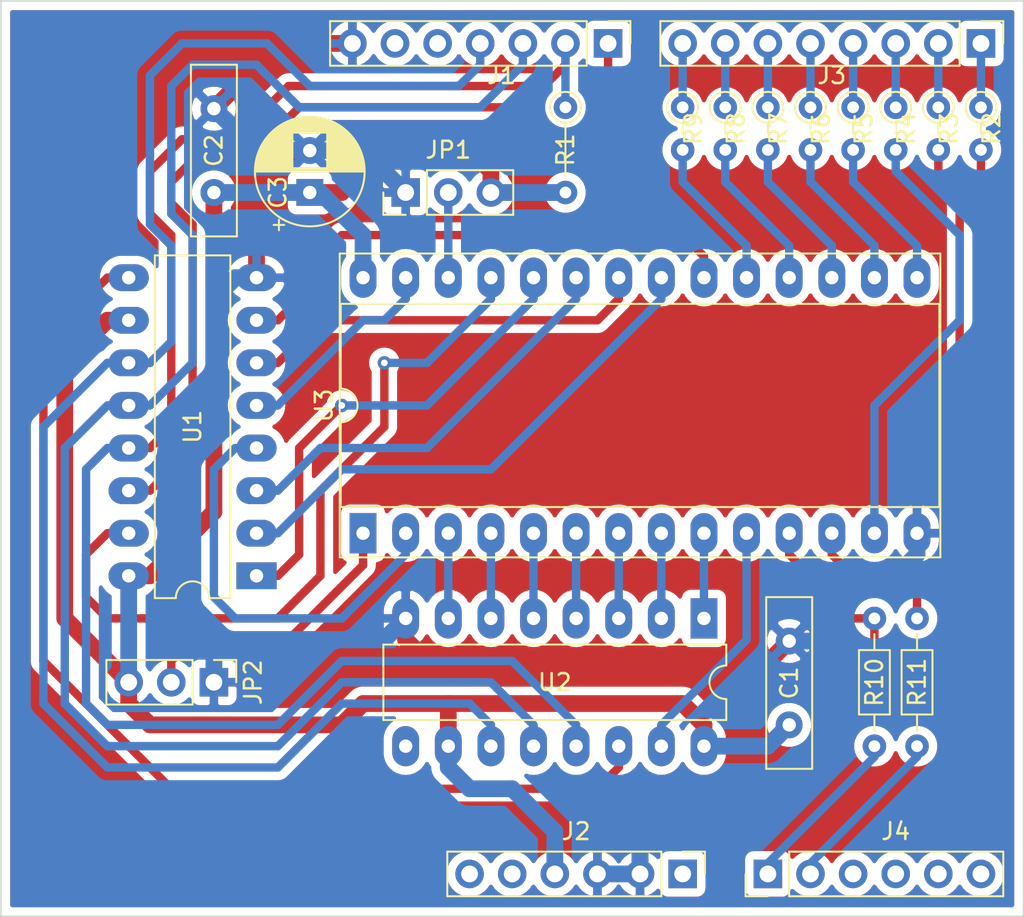
<source format=kicad_pcb>
(kicad_pcb (version 20171130) (host pcbnew "(5.1.12)-1")
  (layers (0 F.Cu signal) (31 B.Cu signal) (34 B.Paste user) (35 F.Paste user) (36 B.SilkS user) (37 F.SilkS user) (38 B.Mask user) (39 F.Mask user) (44 Edge.Cuts user))
  (net 0 "")
  (net 1 VCC)
  (net 2 GND)
  (net 3 /D0)
  (net 4 /D1)
  (net 5 /D2)
  (net 6 /D3)
  (net 7 /D4)
  (net 8 /D5)
  (net 9 /D6)
  (net 10 /D7)
  (net 11 /A13)
  (net 12 /A14)
  (net 13 "Net-(R4-Pad2)")
  (net 14 "Net-(R5-Pad2)")
  (net 15 "Net-(R6-Pad2)")
  (net 16 "Net-(R7-Pad2)")
  (net 17 "Net-(R8-Pad2)")
  (net 18 "Net-(R9-Pad2)")
  (net 19 /A8)
  (net 20 /CS)
  (net 21 /OE)
  (net 22 /WE)
  (net 23 /A12)
  (net 24 /A11)
  (net 25 /A10)
  (net 26 "Net-(U1-Pad9)")
  (net 27 /A9)
  (net 28 /A0)
  (net 29 /A7)
  (net 30 /A6)
  (net 31 /A5)
  (net 32 /A4)
  (net 33 /A3)
  (net 34 /A2)
  (net 35 /A1)
  (net 36 /SER)
  (net 37 /_OE)
  (net 38 /RCLK)
  (net 39 /SERCLK)
  (net 40 "Net-(R10-Pad2)")
  (net 41 "Net-(R11-Pad2)")
  (net 42 /AD1)
  (net 43 /AD0)
  (module Package_DIP:DIP-28_W15.24mm_Socket_LongPads (layer F.Cu) (at 107.95 100.33 90)
    (fp_text reference U3 (at 7.62 -2.33 90) (layer F.SilkS))
    (fp_text value 28C256)
    (pad 28 thru_hole oval (at 15.24 0 90) (size 2.4 1.6) (drill 0.8) (layers *.Cu *.Mask) (net 1 VCC))
    (pad 14 thru_hole oval (at 0 33.02 90) (size 2.4 1.6) (drill 0.8) (layers *.Cu *.Mask) (net 2 GND))
    (pad 27 thru_hole oval (at 15.24 2.54 90) (size 2.4 1.6) (drill 0.8) (layers *.Cu *.Mask) (net 22 /WE))
    (pad 13 thru_hole oval (at 0 30.48 90) (size 2.4 1.6) (drill 0.8) (layers *.Cu *.Mask) (net 13 "Net-(R4-Pad2)"))
    (pad 26 thru_hole oval (at 15.24 5.08 90) (size 2.4 1.6) (drill 0.8) (layers *.Cu *.Mask) (net 11 /A13))
    (pad 12 thru_hole oval (at 0 27.94 90) (size 2.4 1.6) (drill 0.8) (layers *.Cu *.Mask) (net 41 "Net-(R11-Pad2)"))
    (pad 25 thru_hole oval (at 15.24 7.62 90) (size 2.4 1.6) (drill 0.8) (layers *.Cu *.Mask) (net 19 /A8))
    (pad 11 thru_hole oval (at 0 25.4 90) (size 2.4 1.6) (drill 0.8) (layers *.Cu *.Mask) (net 40 "Net-(R10-Pad2)"))
    (pad 24 thru_hole oval (at 15.24 10.16 90) (size 2.4 1.6) (drill 0.8) (layers *.Cu *.Mask) (net 27 /A9))
    (pad 10 thru_hole oval (at 0 22.86 90) (size 2.4 1.6) (drill 0.8) (layers *.Cu *.Mask) (net 28 /A0))
    (pad 23 thru_hole oval (at 15.24 12.7 90) (size 2.4 1.6) (drill 0.8) (layers *.Cu *.Mask) (net 24 /A11))
    (pad 9 thru_hole oval (at 0 20.32 90) (size 2.4 1.6) (drill 0.8) (layers *.Cu *.Mask) (net 35 /A1))
    (pad 22 thru_hole oval (at 15.24 15.24 90) (size 2.4 1.6) (drill 0.8) (layers *.Cu *.Mask) (net 21 /OE))
    (pad 8 thru_hole oval (at 0 17.78 90) (size 2.4 1.6) (drill 0.8) (layers *.Cu *.Mask) (net 34 /A2))
    (pad 21 thru_hole oval (at 15.24 17.78 90) (size 2.4 1.6) (drill 0.8) (layers *.Cu *.Mask) (net 25 /A10))
    (pad 7 thru_hole oval (at 0 15.24 90) (size 2.4 1.6) (drill 0.8) (layers *.Cu *.Mask) (net 33 /A3))
    (pad 20 thru_hole oval (at 15.24 20.32 90) (size 2.4 1.6) (drill 0.8) (layers *.Cu *.Mask) (net 20 /CS))
    (pad 6 thru_hole oval (at 0 12.7 90) (size 2.4 1.6) (drill 0.8) (layers *.Cu *.Mask) (net 32 /A4))
    (pad 19 thru_hole oval (at 15.24 22.86 90) (size 2.4 1.6) (drill 0.8) (layers *.Cu *.Mask) (net 18 "Net-(R9-Pad2)"))
    (pad 5 thru_hole oval (at 0 10.16 90) (size 2.4 1.6) (drill 0.8) (layers *.Cu *.Mask) (net 31 /A5))
    (pad 18 thru_hole oval (at 15.24 25.4 90) (size 2.4 1.6) (drill 0.8) (layers *.Cu *.Mask) (net 17 "Net-(R8-Pad2)"))
    (pad 4 thru_hole oval (at 0 7.62 90) (size 2.4 1.6) (drill 0.8) (layers *.Cu *.Mask) (net 30 /A6))
    (pad 17 thru_hole oval (at 15.24 27.94 90) (size 2.4 1.6) (drill 0.8) (layers *.Cu *.Mask) (net 16 "Net-(R7-Pad2)"))
    (pad 3 thru_hole oval (at 0 5.08 90) (size 2.4 1.6) (drill 0.8) (layers *.Cu *.Mask) (net 29 /A7))
    (pad 16 thru_hole oval (at 15.24 30.48 90) (size 2.4 1.6) (drill 0.8) (layers *.Cu *.Mask) (net 15 "Net-(R6-Pad2)"))
    (pad 2 thru_hole oval (at 0 2.54 90) (size 2.4 1.6) (drill 0.8) (layers *.Cu *.Mask) (net 23 /A12))
    (pad 15 thru_hole oval (at 15.24 33.02 90) (size 2.4 1.6) (drill 0.8) (layers *.Cu *.Mask) (net 14 "Net-(R5-Pad2)"))
    (pad 1 thru_hole rect (at 0 0 90) (size 2.4 1.6) (drill 0.8) (layers *.Cu *.Mask) (net 12 /A14))
  )
  (module Capacitor_THT:CP_Radial_D6.3mm_P2.50mm (layer F.Cu) (at 104.775 80.01 90)
    (fp_text reference C3 (at 0 -1.905 90) (layer F.SilkS))
    (fp_text value 47u)
    (pad 2 thru_hole circle (at 2.5 0 90) (size 1.6 1.6) (drill 0.8) (layers *.Cu *.Mask) (net 2 GND))
    (pad 1 thru_hole rect (at 0 0 90) (size 1.6 1.6) (drill 0.8) (layers *.Cu *.Mask) (net 1 VCC))
  )
  (module Resistor_THT:R_Axial_DIN0204_L3.6mm_D1.6mm_P5.08mm_Vertical (layer F.Cu) (at 120.015 74.93 270)
    (fp_text reference R1 (at 2.54 0 90) (layer F.SilkS))
    (fp_text value 10k)
    (pad 2 thru_hole oval (at 5.08 0 270) (size 1.4 1.4) (drill 0.7) (layers *.Cu *.Mask) (net 1 VCC))
    (pad 1 thru_hole circle (at 0 0 270) (size 1.4 1.4) (drill 0.7) (layers *.Cu *.Mask) (net 37 /_OE))
  )
  (module Resistor_THT:R_Axial_DIN0204_L3.6mm_D1.6mm_P7.62mm_Horizontal (layer F.Cu) (at 140.97 113.03 90)
    (fp_text reference R11 (at 3.81 0 90) (layer F.SilkS))
    (fp_text value 510)
    (pad 2 thru_hole oval (at 7.62 0 90) (size 1.4 1.4) (drill 0.7) (layers *.Cu *.Mask) (net 41 "Net-(R11-Pad2)"))
    (pad 1 thru_hole circle (at 0 0 90) (size 1.4 1.4) (drill 0.7) (layers *.Cu *.Mask) (net 42 /AD1))
  )
  (module Resistor_THT:R_Axial_DIN0204_L3.6mm_D1.6mm_P7.62mm_Horizontal (layer F.Cu) (at 138.43 113.03 90)
    (fp_text reference R10 (at 3.81 0 90) (layer F.SilkS))
    (fp_text value 510)
    (pad 2 thru_hole oval (at 7.62 0 90) (size 1.4 1.4) (drill 0.7) (layers *.Cu *.Mask) (net 40 "Net-(R10-Pad2)"))
    (pad 1 thru_hole circle (at 0 0 90) (size 1.4 1.4) (drill 0.7) (layers *.Cu *.Mask) (net 43 /AD0))
  )
  (module Connector_PinHeader_2.54mm:PinHeader_1x08_P2.54mm_Vertical (layer F.Cu) (at 144.78 71.12 270)
    (fp_text reference J3 (at 1.905 8.89 180) (layer F.SilkS))
    (fp_text value D0-D7)
    (pad 8 thru_hole oval (at 0 17.78 270) (size 1.7 1.7) (drill 1) (layers *.Cu *.Mask) (net 10 /D7))
    (pad 7 thru_hole oval (at 0 15.24 270) (size 1.7 1.7) (drill 1) (layers *.Cu *.Mask) (net 9 /D6))
    (pad 6 thru_hole oval (at 0 12.7 270) (size 1.7 1.7) (drill 1) (layers *.Cu *.Mask) (net 8 /D5))
    (pad 5 thru_hole oval (at 0 10.16 270) (size 1.7 1.7) (drill 1) (layers *.Cu *.Mask) (net 7 /D4))
    (pad 4 thru_hole oval (at 0 7.62 270) (size 1.7 1.7) (drill 1) (layers *.Cu *.Mask) (net 6 /D3))
    (pad 3 thru_hole oval (at 0 5.08 270) (size 1.7 1.7) (drill 1) (layers *.Cu *.Mask) (net 5 /D2))
    (pad 2 thru_hole oval (at 0 2.54 270) (size 1.7 1.7) (drill 1) (layers *.Cu *.Mask) (net 4 /D1))
    (pad 1 thru_hole rect (at 0 0 270) (size 1.7 1.7) (drill 1) (layers *.Cu *.Mask) (net 3 /D0))
  )
  (module Connector_PinHeader_2.54mm:PinHeader_1x06_P2.54mm_Vertical (layer F.Cu) (at 132.08 120.65 90)
    (fp_text reference J4 (at 2.54 7.62 180) (layer F.SilkS))
    (fp_text value A0-A5)
    (pad 6 thru_hole oval (at 0 12.7 90) (size 1.7 1.7) (drill 1) (layers *.Cu *.Mask))
    (pad 5 thru_hole oval (at 0 10.16 90) (size 1.7 1.7) (drill 1) (layers *.Cu *.Mask))
    (pad 4 thru_hole oval (at 0 7.62 90) (size 1.7 1.7) (drill 1) (layers *.Cu *.Mask))
    (pad 3 thru_hole oval (at 0 5.08 90) (size 1.7 1.7) (drill 1) (layers *.Cu *.Mask))
    (pad 2 thru_hole oval (at 0 2.54 90) (size 1.7 1.7) (drill 1) (layers *.Cu *.Mask) (net 42 /AD1))
    (pad 1 thru_hole rect (at 0 0 90) (size 1.7 1.7) (drill 1) (layers *.Cu *.Mask) (net 43 /AD0))
  )
  (module Connector_PinHeader_2.54mm:PinHeader_1x06_P2.54mm_Vertical (layer F.Cu) (at 127 120.65 270)
    (fp_text reference J2 (at -2.54 6.35 180) (layer F.SilkS))
    (fp_text value Conn_01x06)
    (pad 6 thru_hole oval (at 0 12.7 270) (size 1.7 1.7) (drill 1) (layers *.Cu *.Mask))
    (pad 5 thru_hole oval (at 0 10.16 270) (size 1.7 1.7) (drill 1) (layers *.Cu *.Mask))
    (pad 4 thru_hole oval (at 0 7.62 270) (size 1.7 1.7) (drill 1) (layers *.Cu *.Mask) (net 1 VCC))
    (pad 3 thru_hole oval (at 0 5.08 270) (size 1.7 1.7) (drill 1) (layers *.Cu *.Mask) (net 2 GND))
    (pad 2 thru_hole oval (at 0 2.54 270) (size 1.7 1.7) (drill 1) (layers *.Cu *.Mask) (net 2 GND))
    (pad 1 thru_hole rect (at 0 0 270) (size 1.7 1.7) (drill 1) (layers *.Cu *.Mask))
  )
  (module Resistor_THT:R_Axial_DIN0204_L3.6mm_D1.6mm_P2.54mm_Vertical (layer F.Cu) (at 139.7 74.93 270)
    (fp_text reference R4 (at 1.27 -0.635 90) (layer F.SilkS))
    (fp_text value 510)
    (pad 2 thru_hole oval (at 2.54 0 270) (size 1.4 1.4) (drill 0.7) (layers *.Cu *.Mask) (net 13 "Net-(R4-Pad2)"))
    (pad 1 thru_hole circle (at 0 0 270) (size 1.4 1.4) (drill 0.7) (layers *.Cu *.Mask) (net 5 /D2))
  )
  (module Resistor_THT:R_Axial_DIN0204_L3.6mm_D1.6mm_P2.54mm_Vertical (layer F.Cu) (at 142.24 74.93 270)
    (fp_text reference R3 (at 1.27 -0.635 90) (layer F.SilkS))
    (fp_text value 510)
    (pad 2 thru_hole oval (at 2.54 0 270) (size 1.4 1.4) (drill 0.7) (layers *.Cu *.Mask) (net 41 "Net-(R11-Pad2)"))
    (pad 1 thru_hole circle (at 0 0 270) (size 1.4 1.4) (drill 0.7) (layers *.Cu *.Mask) (net 4 /D1))
  )
  (module Resistor_THT:R_Axial_DIN0204_L3.6mm_D1.6mm_P2.54mm_Vertical (layer F.Cu) (at 144.78 74.93 270)
    (fp_text reference R2 (at 1.27 -0.635 90) (layer F.SilkS))
    (fp_text value 510)
    (pad 2 thru_hole oval (at 2.54 0 270) (size 1.4 1.4) (drill 0.7) (layers *.Cu *.Mask) (net 40 "Net-(R10-Pad2)"))
    (pad 1 thru_hole circle (at 0 0 270) (size 1.4 1.4) (drill 0.7) (layers *.Cu *.Mask) (net 3 /D0))
  )
  (module Connector_PinHeader_2.54mm:PinHeader_1x07_P2.54mm_Vertical (layer F.Cu) (at 122.555 71.12 270)
    (fp_text reference J1 (at 1.905 6.35 180) (layer F.SilkS))
    (fp_text value D8-D13)
    (pad 7 thru_hole oval (at 0 15.24 270) (size 1.7 1.7) (drill 1) (layers *.Cu *.Mask) (net 2 GND))
    (pad 6 thru_hole oval (at 0 12.7 270) (size 1.7 1.7) (drill 1) (layers *.Cu *.Mask))
    (pad 5 thru_hole oval (at 0 10.16 270) (size 1.7 1.7) (drill 1) (layers *.Cu *.Mask))
    (pad 4 thru_hole oval (at 0 7.62 270) (size 1.7 1.7) (drill 1) (layers *.Cu *.Mask) (net 39 /SERCLK))
    (pad 3 thru_hole oval (at 0 5.08 270) (size 1.7 1.7) (drill 1) (layers *.Cu *.Mask) (net 38 /RCLK))
    (pad 2 thru_hole oval (at 0 2.54 270) (size 1.7 1.7) (drill 1) (layers *.Cu *.Mask) (net 37 /_OE))
    (pad 1 thru_hole rect (at 0 0 270) (size 1.7 1.7) (drill 1) (layers *.Cu *.Mask) (net 36 /SER))
  )
  (module Resistor_THT:R_Axial_DIN0204_L3.6mm_D1.6mm_P2.54mm_Vertical (layer F.Cu) (at 134.62 74.93 270)
    (fp_text reference R6 (at 1.27 -0.635 90) (layer F.SilkS))
    (fp_text value 510)
    (pad 2 thru_hole oval (at 2.54 0 270) (size 1.4 1.4) (drill 0.7) (layers *.Cu *.Mask) (net 15 "Net-(R6-Pad2)"))
    (pad 1 thru_hole circle (at 0 0 270) (size 1.4 1.4) (drill 0.7) (layers *.Cu *.Mask) (net 7 /D4))
  )
  (module Resistor_THT:R_Axial_DIN0204_L3.6mm_D1.6mm_P2.54mm_Vertical (layer F.Cu) (at 129.54 74.93 270)
    (fp_text reference R8 (at 1.27 -0.635 90) (layer F.SilkS))
    (fp_text value 510)
    (pad 2 thru_hole oval (at 2.54 0 270) (size 1.4 1.4) (drill 0.7) (layers *.Cu *.Mask) (net 17 "Net-(R8-Pad2)"))
    (pad 1 thru_hole circle (at 0 0 270) (size 1.4 1.4) (drill 0.7) (layers *.Cu *.Mask) (net 9 /D6))
  )
  (module Resistor_THT:R_Axial_DIN0204_L3.6mm_D1.6mm_P2.54mm_Vertical (layer F.Cu) (at 127 74.93 270)
    (fp_text reference R9 (at 1.27 -0.635 90) (layer F.SilkS))
    (fp_text value 510)
    (pad 2 thru_hole oval (at 2.54 0 270) (size 1.4 1.4) (drill 0.7) (layers *.Cu *.Mask) (net 18 "Net-(R9-Pad2)"))
    (pad 1 thru_hole circle (at 0 0 270) (size 1.4 1.4) (drill 0.7) (layers *.Cu *.Mask) (net 10 /D7))
  )
  (module Resistor_THT:R_Axial_DIN0204_L3.6mm_D1.6mm_P2.54mm_Vertical (layer F.Cu) (at 132.08 74.93 270)
    (fp_text reference R7 (at 1.27 -0.635 90) (layer F.SilkS))
    (fp_text value 510)
    (pad 2 thru_hole oval (at 2.54 0 270) (size 1.4 1.4) (drill 0.7) (layers *.Cu *.Mask) (net 16 "Net-(R7-Pad2)"))
    (pad 1 thru_hole circle (at 0 0 270) (size 1.4 1.4) (drill 0.7) (layers *.Cu *.Mask) (net 8 /D5))
  )
  (module Resistor_THT:R_Axial_DIN0204_L3.6mm_D1.6mm_P2.54mm_Vertical (layer F.Cu) (at 137.16 74.93 270)
    (fp_text reference R5 (at 1.27 -0.635 90) (layer F.SilkS))
    (fp_text value 510)
    (pad 2 thru_hole oval (at 2.54 0 270) (size 1.4 1.4) (drill 0.7) (layers *.Cu *.Mask) (net 14 "Net-(R5-Pad2)"))
    (pad 1 thru_hole circle (at 0 0 270) (size 1.4 1.4) (drill 0.7) (layers *.Cu *.Mask) (net 6 /D3))
  )
  (module Capacitor_THT:C_Disc_D10.0mm_W2.5mm_P5.00mm (layer F.Cu) (at 99.06 80.01 90)
    (fp_text reference C2 (at 2.5 0 90) (layer F.SilkS))
    (fp_text value 100n)
    (pad 2 thru_hole circle (at 5 0 90) (size 1.6 1.6) (drill 0.8) (layers *.Cu *.Mask) (net 2 GND))
    (pad 1 thru_hole circle (at 0 0 90) (size 1.6 1.6) (drill 0.8) (layers *.Cu *.Mask) (net 1 VCC))
  )
  (module Capacitor_THT:C_Disc_D10.0mm_W2.5mm_P5.00mm (layer F.Cu) (at 133.35 111.76 90)
    (fp_text reference C1 (at 2.5 0 90) (layer F.SilkS))
    (fp_text value 100n)
    (pad 2 thru_hole circle (at 5 0 90) (size 1.6 1.6) (drill 0.8) (layers *.Cu *.Mask) (net 2 GND))
    (pad 1 thru_hole circle (at 0 0 90) (size 1.6 1.6) (drill 0.8) (layers *.Cu *.Mask) (net 1 VCC))
  )
  (module Package_DIP:DIP-16_W7.62mm_LongPads (layer F.Cu) (at 128.27 105.41 270)
    (fp_text reference U2 (at 3.81 8.89 180) (layer F.SilkS))
    (fp_text value 74LS595)
    (pad 16 thru_hole oval (at 7.62 0 270) (size 2.4 1.6) (drill 0.8) (layers *.Cu *.Mask) (net 1 VCC))
    (pad 8 thru_hole oval (at 0 17.78 270) (size 2.4 1.6) (drill 0.8) (layers *.Cu *.Mask) (net 2 GND))
    (pad 15 thru_hole oval (at 7.62 2.54 270) (size 2.4 1.6) (drill 0.8) (layers *.Cu *.Mask) (net 28 /A0))
    (pad 7 thru_hole oval (at 0 15.24 270) (size 2.4 1.6) (drill 0.8) (layers *.Cu *.Mask) (net 29 /A7))
    (pad 14 thru_hole oval (at 7.62 5.08 270) (size 2.4 1.6) (drill 0.8) (layers *.Cu *.Mask) (net 26 "Net-(U1-Pad9)"))
    (pad 6 thru_hole oval (at 0 12.7 270) (size 2.4 1.6) (drill 0.8) (layers *.Cu *.Mask) (net 30 /A6))
    (pad 13 thru_hole oval (at 7.62 7.62 270) (size 2.4 1.6) (drill 0.8) (layers *.Cu *.Mask) (net 37 /_OE))
    (pad 5 thru_hole oval (at 0 10.16 270) (size 2.4 1.6) (drill 0.8) (layers *.Cu *.Mask) (net 31 /A5))
    (pad 12 thru_hole oval (at 7.62 10.16 270) (size 2.4 1.6) (drill 0.8) (layers *.Cu *.Mask) (net 38 /RCLK))
    (pad 4 thru_hole oval (at 0 7.62 270) (size 2.4 1.6) (drill 0.8) (layers *.Cu *.Mask) (net 32 /A4))
    (pad 11 thru_hole oval (at 7.62 12.7 270) (size 2.4 1.6) (drill 0.8) (layers *.Cu *.Mask) (net 39 /SERCLK))
    (pad 3 thru_hole oval (at 0 5.08 270) (size 2.4 1.6) (drill 0.8) (layers *.Cu *.Mask) (net 33 /A3))
    (pad 10 thru_hole oval (at 7.62 15.24 270) (size 2.4 1.6) (drill 0.8) (layers *.Cu *.Mask) (net 1 VCC))
    (pad 2 thru_hole oval (at 0 2.54 270) (size 2.4 1.6) (drill 0.8) (layers *.Cu *.Mask) (net 34 /A2))
    (pad 9 thru_hole oval (at 7.62 17.78 270) (size 2.4 1.6) (drill 0.8) (layers *.Cu *.Mask))
    (pad 1 thru_hole rect (at 0 0 270) (size 2.4 1.6) (drill 0.8) (layers *.Cu *.Mask) (net 35 /A1))
  )
  (module Package_DIP:DIP-16_W7.62mm_LongPads (layer F.Cu) (at 101.6 102.87 180)
    (fp_text reference U1 (at 3.81 8.89 90) (layer F.SilkS))
    (fp_text value 74LS595)
    (pad 16 thru_hole oval (at 7.62 0 180) (size 2.4 1.6) (drill 0.8) (layers *.Cu *.Mask) (net 1 VCC))
    (pad 8 thru_hole oval (at 0 17.78 180) (size 2.4 1.6) (drill 0.8) (layers *.Cu *.Mask) (net 2 GND))
    (pad 15 thru_hole oval (at 7.62 2.54 180) (size 2.4 1.6) (drill 0.8) (layers *.Cu *.Mask) (net 19 /A8))
    (pad 7 thru_hole oval (at 0 15.24 180) (size 2.4 1.6) (drill 0.8) (layers *.Cu *.Mask) (net 20 /CS))
    (pad 14 thru_hole oval (at 7.62 5.08 180) (size 2.4 1.6) (drill 0.8) (layers *.Cu *.Mask) (net 36 /SER))
    (pad 6 thru_hole oval (at 0 12.7 180) (size 2.4 1.6) (drill 0.8) (layers *.Cu *.Mask) (net 21 /OE))
    (pad 13 thru_hole oval (at 7.62 7.62 180) (size 2.4 1.6) (drill 0.8) (layers *.Cu *.Mask) (net 37 /_OE))
    (pad 5 thru_hole oval (at 0 10.16 180) (size 2.4 1.6) (drill 0.8) (layers *.Cu *.Mask) (net 22 /WE))
    (pad 12 thru_hole oval (at 7.62 10.16 180) (size 2.4 1.6) (drill 0.8) (layers *.Cu *.Mask) (net 38 /RCLK))
    (pad 4 thru_hole oval (at 0 7.62 180) (size 2.4 1.6) (drill 0.8) (layers *.Cu *.Mask) (net 23 /A12))
    (pad 11 thru_hole oval (at 7.62 12.7 180) (size 2.4 1.6) (drill 0.8) (layers *.Cu *.Mask) (net 39 /SERCLK))
    (pad 3 thru_hole oval (at 0 5.08 180) (size 2.4 1.6) (drill 0.8) (layers *.Cu *.Mask) (net 24 /A11))
    (pad 10 thru_hole oval (at 7.62 15.24 180) (size 2.4 1.6) (drill 0.8) (layers *.Cu *.Mask) (net 1 VCC))
    (pad 2 thru_hole oval (at 0 2.54 180) (size 2.4 1.6) (drill 0.8) (layers *.Cu *.Mask) (net 25 /A10))
    (pad 9 thru_hole oval (at 7.62 17.78 180) (size 2.4 1.6) (drill 0.8) (layers *.Cu *.Mask) (net 26 "Net-(U1-Pad9)"))
    (pad 1 thru_hole rect (at 0 0 180) (size 2.4 1.6) (drill 0.8) (layers *.Cu *.Mask) (net 27 /A9))
  )
  (module Connector_PinHeader_2.54mm:PinHeader_1x03_P2.54mm_Vertical (layer F.Cu) (at 99.06 109.22 270)
    (fp_text reference JP2 (at 0 -2.33 90) (layer F.SilkS))
    (fp_text value "A14 1-0")
    (pad 3 thru_hole oval (at 0 5.08 270) (size 1.7 1.7) (drill 1) (layers *.Cu *.Mask) (net 1 VCC))
    (pad 2 thru_hole oval (at 0 2.54 270) (size 1.7 1.7) (drill 1) (layers *.Cu *.Mask) (net 12 /A14))
    (pad 1 thru_hole rect (at 0 0 270) (size 1.7 1.7) (drill 1) (layers *.Cu *.Mask) (net 2 GND))
  )
  (module Connector_PinHeader_2.54mm:PinHeader_1x03_P2.54mm_Vertical (layer F.Cu) (at 110.49 80.01 90)
    (fp_text reference JP1 (at 2.54 2.54 180) (layer F.SilkS))
    (fp_text value "A13 1-0")
    (pad 3 thru_hole oval (at 0 5.08 90) (size 1.7 1.7) (drill 1) (layers *.Cu *.Mask) (net 1 VCC))
    (pad 2 thru_hole oval (at 0 2.54 90) (size 1.7 1.7) (drill 1) (layers *.Cu *.Mask) (net 11 /A13))
    (pad 1 thru_hole rect (at 0 0 90) (size 1.7 1.7) (drill 1) (layers *.Cu *.Mask) (net 2 GND))
  )
  (gr_line (start 147.32 68.58) (end 147.32 123.19) (layer Edge.Cuts) (width 0.1))
  (gr_line (start 86.36 68.58) (end 147.32 68.58) (layer Edge.Cuts) (width 0.1))
  (gr_line (start 86.36 123.19) (end 86.36 68.58) (layer Edge.Cuts) (width 0.1))
  (gr_line (start 147.32 123.19) (end 86.36 123.19) (layer Edge.Cuts) (width 0.1))
  (segment (start 93.98 109.22) (end 93.98 102.87) (width 1) (layer B.Cu) (net 1))
  (segment (start 93.98 109.22) (end 90.17 105.41) (width 1) (layer F.Cu) (net 1))
  (segment (start 90.17 105.41) (end 90.17 90.17) (width 1) (layer F.Cu) (net 1))
  (segment (start 92.71 87.63) (end 93.98 87.63) (width 1) (layer F.Cu) (net 1))
  (segment (start 90.17 90.17) (end 92.71 87.63) (width 1) (layer F.Cu) (net 1))
  (segment (start 132.08 113.03) (end 133.35 111.76) (width 1) (layer B.Cu) (net 1))
  (segment (start 128.27 113.03) (end 132.08 113.03) (width 1) (layer B.Cu) (net 1))
  (segment (start 93.98 109.22) (end 93.98 110.49) (width 1) (layer F.Cu) (net 1))
  (segment (start 93.98 110.49) (end 95.25 111.76) (width 1) (layer F.Cu) (net 1))
  (segment (start 95.25 111.76) (end 106.68 111.76) (width 1) (layer F.Cu) (net 1))
  (segment (start 106.68 111.76) (end 107.95 110.49) (width 1) (layer F.Cu) (net 1))
  (segment (start 107.95 110.49) (end 113.03 110.49) (width 1) (layer F.Cu) (net 1))
  (segment (start 113.03 110.49) (end 113.03 113.03) (width 1) (layer F.Cu) (net 1))
  (segment (start 113.03 110.49) (end 127 110.49) (width 1) (layer F.Cu) (net 1))
  (segment (start 128.27 111.76) (end 128.27 113.03) (width 1) (layer F.Cu) (net 1))
  (segment (start 127 110.49) (end 128.27 111.76) (width 1) (layer F.Cu) (net 1))
  (segment (start 119.38 120.65) (end 119.38 118.11) (width 1) (layer B.Cu) (net 1))
  (segment (start 119.38 118.11) (end 116.84 115.57) (width 1) (layer B.Cu) (net 1))
  (segment (start 116.84 115.57) (end 114.3 115.57) (width 1) (layer B.Cu) (net 1))
  (segment (start 114.3 115.57) (end 113.03 114.3) (width 1) (layer B.Cu) (net 1))
  (segment (start 113.03 114.3) (end 113.03 113.03) (width 1) (layer B.Cu) (net 1))
  (segment (start 115.57 80.01) (end 120.015 80.01) (width 1) (layer B.Cu) (net 1))
  (segment (start 107.95 82.55) (end 107.95 85.09) (width 1) (layer B.Cu) (net 1))
  (segment (start 107.95 82.55) (end 105.41 80.01) (width 1) (layer B.Cu) (net 1))
  (segment (start 105.41 80.01) (end 99.06 80.01) (width 1) (layer B.Cu) (net 1))
  (segment (start 99.06 99.06) (end 99.06 80.01) (width 1) (layer F.Cu) (net 1))
  (segment (start 95.25 102.87) (end 99.06 99.06) (width 1) (layer F.Cu) (net 1))
  (segment (start 93.98 102.87) (end 95.25 102.87) (width 1) (layer F.Cu) (net 1))
  (segment (start 104.775 80.01) (end 106.68 80.01) (width 1) (layer F.Cu) (net 1))
  (segment (start 106.68 80.01) (end 109.22 77.47) (width 1) (layer F.Cu) (net 1))
  (segment (start 109.22 77.47) (end 114.3 77.47) (width 1) (layer F.Cu) (net 1))
  (segment (start 114.3 77.47) (end 115.57 78.74) (width 1) (layer F.Cu) (net 1))
  (segment (start 115.57 78.74) (end 115.57 80.01) (width 1) (layer F.Cu) (net 1))
  (segment (start 132.16 107.95) (end 133.35 106.76) (width 1) (layer F.Cu) (net 2))
  (segment (start 110.49 106.68) (end 111.76 107.95) (width 1) (layer F.Cu) (net 2))
  (segment (start 110.49 105.41) (end 110.49 106.68) (width 1) (layer F.Cu) (net 2))
  (segment (start 133.35 106.76) (end 135.81 106.76) (width 1) (layer B.Cu) (net 2))
  (segment (start 110.49 105.41) (end 109.22 106.68) (width 1) (layer B.Cu) (net 2))
  (segment (start 109.22 106.68) (end 99.06 106.68) (width 1) (layer B.Cu) (net 2))
  (segment (start 99.06 106.68) (end 99.06 109.22) (width 1) (layer B.Cu) (net 2))
  (segment (start 121.92 120.65) (end 124.46 120.65) (width 1) (layer B.Cu) (net 2))
  (segment (start 124.46 120.65) (end 124.46 118.11) (width 1) (layer F.Cu) (net 2))
  (segment (start 124.46 118.11) (end 127 115.57) (width 1) (layer F.Cu) (net 2))
  (segment (start 127 115.57) (end 130.81 115.57) (width 1) (layer F.Cu) (net 2))
  (segment (start 130.81 115.57) (end 130.81 107.95) (width 1) (layer F.Cu) (net 2))
  (segment (start 130.81 107.95) (end 132.16 107.95) (width 1) (layer F.Cu) (net 2))
  (segment (start 111.76 107.95) (end 130.81 107.95) (width 1) (layer F.Cu) (net 2))
  (segment (start 107.99 77.51) (end 110.49 80.01) (width 1) (layer B.Cu) (net 2))
  (segment (start 105.41 77.51) (end 107.99 77.51) (width 1) (layer B.Cu) (net 2))
  (segment (start 101.6 77.47) (end 105.41 77.51) (width 1) (layer B.Cu) (net 2))
  (segment (start 99.06 75.01) (end 101.6 77.47) (width 1) (layer B.Cu) (net 2))
  (segment (start 102.95 71.12) (end 107.315 71.12) (width 1) (layer F.Cu) (net 2))
  (segment (start 99.06 75.01) (end 102.95 71.12) (width 1) (layer F.Cu) (net 2))
  (segment (start 100.33 85.09) (end 101.6 85.09) (width 1) (layer B.Cu) (net 2))
  (segment (start 99.06 86.36) (end 100.33 85.09) (width 1) (layer B.Cu) (net 2))
  (segment (start 99.06 93.98) (end 99.06 86.36) (width 1) (layer B.Cu) (net 2))
  (segment (start 97.79 95.25) (end 99.06 93.98) (width 1) (layer B.Cu) (net 2))
  (segment (start 97.79 105.41) (end 97.79 95.25) (width 1) (layer B.Cu) (net 2))
  (segment (start 99.06 106.68) (end 97.79 105.41) (width 1) (layer B.Cu) (net 2))
  (segment (start 140.97 101.6) (end 140.97 100.33) (width 1) (layer B.Cu) (net 2))
  (segment (start 139.7 102.87) (end 140.97 101.6) (width 1) (layer B.Cu) (net 2))
  (segment (start 135.89 104.14) (end 137.16 102.87) (width 1) (layer B.Cu) (net 2))
  (segment (start 137.16 102.87) (end 139.7 102.87) (width 1) (layer B.Cu) (net 2))
  (segment (start 135.89 113.03) (end 135.89 104.14) (width 1) (layer B.Cu) (net 2))
  (segment (start 133.35 115.57) (end 135.89 113.03) (width 1) (layer B.Cu) (net 2))
  (segment (start 127 115.57) (end 133.35 115.57) (width 1) (layer B.Cu) (net 2))
  (segment (start 124.46 118.11) (end 127 115.57) (width 1) (layer B.Cu) (net 2))
  (segment (start 124.46 120.65) (end 124.46 118.11) (width 1) (layer B.Cu) (net 2))
  (segment (start 101.6 85.09) (end 101.6 80.01) (width 1) (layer F.Cu) (net 2))
  (segment (start 101.6 80.01) (end 104.14 77.47) (width 1) (layer F.Cu) (net 2))
  (segment (start 104.18 77.51) (end 104.775 77.51) (width 1) (layer F.Cu) (net 2))
  (segment (start 104.14 77.47) (end 104.18 77.51) (width 1) (layer F.Cu) (net 2))
  (segment (start 144.78 71.12) (end 144.78 74.93) (width 0.5) (layer B.Cu) (net 3))
  (segment (start 142.24 71.12) (end 142.24 74.93) (width 0.5) (layer B.Cu) (net 4))
  (segment (start 139.7 71.12) (end 139.7 74.93) (width 0.5) (layer B.Cu) (net 5))
  (segment (start 137.16 71.12) (end 137.16 74.93) (width 0.5) (layer B.Cu) (net 6))
  (segment (start 134.62 71.12) (end 134.62 74.93) (width 0.5) (layer B.Cu) (net 7))
  (segment (start 132.08 71.12) (end 132.08 74.93) (width 0.5) (layer B.Cu) (net 8))
  (segment (start 129.54 71.12) (end 129.54 74.93) (width 0.5) (layer B.Cu) (net 9))
  (segment (start 127 71.12) (end 127 74.93) (width 0.5) (layer B.Cu) (net 10))
  (segment (start 113.03 85.09) (end 113.03 80.01) (width 0.5) (layer B.Cu) (net 11))
  (segment (start 107.95 102.235) (end 107.95 100.33) (width 0.5) (layer F.Cu) (net 12))
  (segment (start 103.505 106.68) (end 107.95 102.235) (width 0.5) (layer F.Cu) (net 12))
  (segment (start 97.79 106.68) (end 103.505 106.68) (width 0.5) (layer F.Cu) (net 12))
  (segment (start 96.52 107.95) (end 97.79 106.68) (width 0.5) (layer F.Cu) (net 12))
  (segment (start 96.52 109.22) (end 96.52 107.95) (width 0.5) (layer F.Cu) (net 12))
  (segment (start 139.7 77.47) (end 139.7 78.74) (width 0.5) (layer B.Cu) (net 13))
  (segment (start 139.7 78.74) (end 143.51 82.55) (width 0.5) (layer B.Cu) (net 13))
  (segment (start 143.51 82.55) (end 143.51 87.63) (width 0.5) (layer B.Cu) (net 13))
  (segment (start 143.51 87.63) (end 138.43 92.71) (width 0.5) (layer B.Cu) (net 13))
  (segment (start 138.43 92.71) (end 138.43 100.33) (width 0.5) (layer B.Cu) (net 13))
  (segment (start 137.16 77.47) (end 137.16 79.375) (width 0.5) (layer B.Cu) (net 14))
  (segment (start 137.16 79.375) (end 140.97 83.185) (width 0.5) (layer B.Cu) (net 14))
  (segment (start 140.97 83.185) (end 140.97 85.09) (width 0.5) (layer B.Cu) (net 14))
  (segment (start 134.62 77.47) (end 134.62 79.375) (width 0.5) (layer B.Cu) (net 15))
  (segment (start 134.62 79.375) (end 138.43 83.185) (width 0.5) (layer B.Cu) (net 15))
  (segment (start 138.43 83.185) (end 138.43 85.09) (width 0.5) (layer B.Cu) (net 15))
  (segment (start 132.08 77.47) (end 132.08 79.375) (width 0.5) (layer B.Cu) (net 16))
  (segment (start 135.89 83.185) (end 135.89 85.09) (width 0.5) (layer B.Cu) (net 16))
  (segment (start 132.08 79.375) (end 135.89 83.185) (width 0.5) (layer B.Cu) (net 16))
  (segment (start 129.54 77.47) (end 129.54 79.375) (width 0.5) (layer B.Cu) (net 17))
  (segment (start 133.35 83.185) (end 133.35 85.09) (width 0.5) (layer B.Cu) (net 17))
  (segment (start 129.54 79.375) (end 133.35 83.185) (width 0.5) (layer B.Cu) (net 17))
  (segment (start 127 77.47) (end 127 79.375) (width 0.5) (layer B.Cu) (net 18))
  (segment (start 130.81 83.185) (end 130.81 85.09) (width 0.5) (layer B.Cu) (net 18))
  (segment (start 127 79.375) (end 130.81 83.185) (width 0.5) (layer B.Cu) (net 18))
  (segment (start 115.57 85.09) (end 115.57 86.36) (width 0.5) (layer B.Cu) (net 19))
  (segment (start 115.57 86.36) (end 111.76 90.17) (width 0.5) (layer B.Cu) (net 19))
  (via (at 109.22 90.17) (size 0.8) (drill 0.4) (layers F.Cu B.Cu) (net 19))
  (segment (start 111.76 90.17) (end 109.22 90.17) (width 0.5) (layer B.Cu) (net 19))
  (segment (start 109.22 90.17) (end 109.22 93.98) (width 0.5) (layer F.Cu) (net 19))
  (segment (start 109.22 93.98) (end 105.41 97.79) (width 0.5) (layer F.Cu) (net 19))
  (segment (start 105.41 97.79) (end 105.41 102.87) (width 0.5) (layer F.Cu) (net 19))
  (segment (start 105.41 102.87) (end 102.87 105.41) (width 0.5) (layer F.Cu) (net 19))
  (segment (start 102.87 105.41) (end 92.71 105.41) (width 0.5) (layer F.Cu) (net 19))
  (segment (start 92.71 105.41) (end 91.44 104.14) (width 0.5) (layer F.Cu) (net 19))
  (segment (start 91.44 104.14) (end 91.44 101.6) (width 0.5) (layer F.Cu) (net 19))
  (segment (start 91.44 101.6) (end 92.71 100.33) (width 0.5) (layer F.Cu) (net 19))
  (segment (start 92.71 100.33) (end 93.98 100.33) (width 0.5) (layer F.Cu) (net 19))
  (segment (start 128.27 83.82) (end 128.27 85.09) (width 0.5) (layer F.Cu) (net 20))
  (segment (start 127 82.55) (end 128.27 83.82) (width 0.5) (layer F.Cu) (net 20))
  (segment (start 106.68 82.55) (end 127 82.55) (width 0.5) (layer F.Cu) (net 20))
  (segment (start 106.68 82.55) (end 104.14 85.09) (width 0.5) (layer F.Cu) (net 20))
  (segment (start 104.14 85.09) (end 104.14 86.36) (width 0.5) (layer F.Cu) (net 20))
  (segment (start 104.14 86.36) (end 102.87 87.63) (width 0.5) (layer F.Cu) (net 20))
  (segment (start 102.87 87.63) (end 101.6 87.63) (width 0.5) (layer F.Cu) (net 20))
  (segment (start 121.92 87.63) (end 123.19 86.36) (width 0.5) (layer F.Cu) (net 21))
  (segment (start 105.41 87.63) (end 121.92 87.63) (width 0.5) (layer F.Cu) (net 21))
  (segment (start 102.87 90.17) (end 105.41 87.63) (width 0.5) (layer F.Cu) (net 21))
  (segment (start 123.19 86.36) (end 123.19 85.09) (width 0.5) (layer F.Cu) (net 21))
  (segment (start 101.6 90.17) (end 102.87 90.17) (width 0.5) (layer F.Cu) (net 21))
  (segment (start 101.6 92.71) (end 102.87 92.71) (width 0.5) (layer B.Cu) (net 22))
  (segment (start 102.87 92.71) (end 107.95 87.63) (width 0.5) (layer B.Cu) (net 22))
  (segment (start 107.95 87.63) (end 109.22 87.63) (width 0.5) (layer B.Cu) (net 22))
  (segment (start 109.22 87.63) (end 110.49 86.36) (width 0.5) (layer B.Cu) (net 22))
  (segment (start 110.49 86.36) (end 110.49 85.09) (width 0.5) (layer B.Cu) (net 22))
  (segment (start 110.49 100.33) (end 110.49 101.6) (width 0.5) (layer B.Cu) (net 23))
  (segment (start 110.49 101.6) (end 106.68 105.41) (width 0.5) (layer B.Cu) (net 23))
  (segment (start 106.68 105.41) (end 100.33 105.41) (width 0.5) (layer B.Cu) (net 23))
  (segment (start 100.33 105.41) (end 99.06 104.14) (width 0.5) (layer B.Cu) (net 23))
  (segment (start 99.06 104.14) (end 99.06 96.52) (width 0.5) (layer B.Cu) (net 23))
  (segment (start 99.06 96.52) (end 100.33 95.25) (width 0.5) (layer B.Cu) (net 23))
  (segment (start 100.33 95.25) (end 101.6 95.25) (width 0.5) (layer B.Cu) (net 23))
  (segment (start 120.65 86.36) (end 120.65 85.09) (width 0.5) (layer B.Cu) (net 24))
  (segment (start 111.76 95.25) (end 120.65 86.36) (width 0.5) (layer B.Cu) (net 24))
  (segment (start 101.6 97.79) (end 102.87 97.79) (width 0.5) (layer B.Cu) (net 24))
  (segment (start 102.87 97.79) (end 105.41 95.25) (width 0.5) (layer B.Cu) (net 24))
  (segment (start 105.41 95.25) (end 111.76 95.25) (width 0.5) (layer B.Cu) (net 24))
  (segment (start 125.73 86.36) (end 125.73 85.09) (width 0.5) (layer B.Cu) (net 25))
  (segment (start 115.57 96.52) (end 125.73 86.36) (width 0.5) (layer B.Cu) (net 25))
  (segment (start 101.6 100.33) (end 102.87 100.33) (width 0.5) (layer B.Cu) (net 25))
  (segment (start 102.87 100.33) (end 106.68 96.52) (width 0.5) (layer B.Cu) (net 25))
  (segment (start 106.68 96.52) (end 115.57 96.52) (width 0.5) (layer B.Cu) (net 25))
  (segment (start 123.19 113.03) (end 123.19 114.3) (width 0.5) (layer F.Cu) (net 26))
  (segment (start 88.9 88.9) (end 92.71 85.09) (width 0.5) (layer F.Cu) (net 26))
  (segment (start 92.71 85.09) (end 93.98 85.09) (width 0.5) (layer F.Cu) (net 26))
  (segment (start 121.92 115.57) (end 96.52 115.57) (width 0.5) (layer F.Cu) (net 26))
  (segment (start 96.52 115.57) (end 88.9 107.95) (width 0.5) (layer F.Cu) (net 26))
  (segment (start 123.19 114.3) (end 121.92 115.57) (width 0.5) (layer F.Cu) (net 26))
  (segment (start 88.9 107.95) (end 88.9 88.9) (width 0.5) (layer F.Cu) (net 26))
  (segment (start 101.6 102.87) (end 102.87 102.87) (width 0.5) (layer F.Cu) (net 27))
  (segment (start 102.87 102.87) (end 103.25001 102.48999) (width 0.5) (layer F.Cu) (net 27))
  (segment (start 103.25001 102.48999) (end 104.14 101.6) (width 0.5) (layer F.Cu) (net 27))
  (via (at 106.68 92.71) (size 0.8) (drill 0.4) (layers F.Cu B.Cu) (net 27))
  (segment (start 104.14 95.25) (end 106.68 92.71) (width 0.5) (layer F.Cu) (net 27))
  (segment (start 104.14 101.6) (end 104.14 95.25) (width 0.5) (layer F.Cu) (net 27))
  (segment (start 118.11 86.36) (end 118.11 85.09) (width 0.5) (layer B.Cu) (net 27))
  (segment (start 111.76 92.71) (end 118.11 86.36) (width 0.5) (layer B.Cu) (net 27))
  (segment (start 106.68 92.71) (end 111.76 92.71) (width 0.5) (layer B.Cu) (net 27))
  (segment (start 130.81 100.33) (end 130.81 106.68) (width 0.5) (layer B.Cu) (net 28))
  (segment (start 130.81 106.68) (end 125.73 111.76) (width 0.5) (layer B.Cu) (net 28))
  (segment (start 125.73 111.76) (end 125.73 113.03) (width 0.5) (layer B.Cu) (net 28))
  (segment (start 113.03 105.41) (end 113.03 100.33) (width 0.5) (layer B.Cu) (net 29))
  (segment (start 115.57 105.41) (end 115.57 100.33) (width 0.5) (layer B.Cu) (net 30))
  (segment (start 118.11 105.41) (end 118.11 100.33) (width 0.5) (layer B.Cu) (net 31))
  (segment (start 120.65 105.41) (end 120.65 100.33) (width 0.5) (layer B.Cu) (net 32))
  (segment (start 123.19 105.41) (end 123.19 100.33) (width 0.5) (layer B.Cu) (net 33))
  (segment (start 125.73 105.41) (end 125.73 100.33) (width 0.5) (layer B.Cu) (net 34))
  (segment (start 128.27 105.41) (end 128.27 100.33) (width 0.5) (layer B.Cu) (net 35))
  (segment (start 121.285 76.835) (end 122.555 75.565) (width 0.5) (layer F.Cu) (net 36))
  (segment (start 116.84 74.93) (end 118.745 76.835) (width 0.5) (layer F.Cu) (net 36))
  (segment (start 104.14 74.93) (end 116.84 74.93) (width 0.5) (layer F.Cu) (net 36))
  (segment (start 118.745 76.835) (end 121.285 76.835) (width 0.5) (layer F.Cu) (net 36))
  (segment (start 97.79 78.105) (end 100.965 78.105) (width 0.5) (layer F.Cu) (net 36))
  (segment (start 122.555 75.565) (end 122.555 71.12) (width 0.5) (layer F.Cu) (net 36))
  (segment (start 100.965 78.105) (end 104.14 74.93) (width 0.5) (layer F.Cu) (net 36))
  (segment (start 96.52 80.645) (end 96.52 79.375) (width 0.5) (layer F.Cu) (net 36))
  (segment (start 97.79 81.915) (end 96.52 80.645) (width 0.5) (layer F.Cu) (net 36))
  (segment (start 96.52 79.375) (end 97.79 78.105) (width 0.5) (layer F.Cu) (net 36))
  (segment (start 97.79 95.25) (end 97.79 81.915) (width 0.5) (layer F.Cu) (net 36))
  (segment (start 95.25 97.79) (end 97.79 95.25) (width 0.5) (layer F.Cu) (net 36))
  (segment (start 93.98 97.79) (end 95.25 97.79) (width 0.5) (layer F.Cu) (net 36))
  (segment (start 120.015 74.93) (end 120.015 71.12) (width 0.5) (layer B.Cu) (net 37))
  (segment (start 120.65 111.76) (end 120.65 113.03) (width 0.5) (layer B.Cu) (net 37))
  (segment (start 106.68 107.95) (end 116.84 107.95) (width 0.5) (layer B.Cu) (net 37))
  (segment (start 102.87 111.76) (end 106.68 107.95) (width 0.5) (layer B.Cu) (net 37))
  (segment (start 116.84 107.95) (end 120.65 111.76) (width 0.5) (layer B.Cu) (net 37))
  (segment (start 92.71 111.76) (end 102.87 111.76) (width 0.5) (layer B.Cu) (net 37))
  (segment (start 91.44 110.49) (end 92.71 111.76) (width 0.5) (layer B.Cu) (net 37))
  (segment (start 92.71 95.25) (end 91.44 96.52) (width 0.5) (layer B.Cu) (net 37))
  (segment (start 91.44 96.52) (end 91.44 110.49) (width 0.5) (layer B.Cu) (net 37))
  (segment (start 93.98 95.25) (end 92.71 95.25) (width 0.5) (layer B.Cu) (net 37))
  (segment (start 95.25 95.25) (end 93.98 95.25) (width 0.5) (layer F.Cu) (net 37))
  (segment (start 96.52 93.98) (end 95.25 95.25) (width 0.5) (layer F.Cu) (net 37))
  (segment (start 96.52 82.55) (end 96.52 93.98) (width 0.5) (layer F.Cu) (net 37))
  (segment (start 95.25 81.28) (end 96.52 82.55) (width 0.5) (layer F.Cu) (net 37))
  (segment (start 100.33 76.835) (end 97.155 76.835) (width 0.5) (layer F.Cu) (net 37))
  (segment (start 103.505 73.66) (end 100.33 76.835) (width 0.5) (layer F.Cu) (net 37))
  (segment (start 97.155 76.835) (end 95.25 78.74) (width 0.5) (layer F.Cu) (net 37))
  (segment (start 118.745 73.66) (end 103.505 73.66) (width 0.5) (layer F.Cu) (net 37))
  (segment (start 95.25 78.74) (end 95.25 81.28) (width 0.5) (layer F.Cu) (net 37))
  (segment (start 120.015 72.39) (end 118.745 73.66) (width 0.5) (layer F.Cu) (net 37))
  (segment (start 120.015 71.12) (end 120.015 72.39) (width 0.5) (layer F.Cu) (net 37))
  (segment (start 92.71 92.71) (end 93.98 92.71) (width 0.5) (layer B.Cu) (net 38))
  (segment (start 90.17 110.49) (end 90.17 95.25) (width 0.5) (layer B.Cu) (net 38))
  (segment (start 92.71 113.03) (end 90.17 110.49) (width 0.5) (layer B.Cu) (net 38))
  (segment (start 106.68 109.22) (end 102.87 113.03) (width 0.5) (layer B.Cu) (net 38))
  (segment (start 115.57 109.22) (end 106.68 109.22) (width 0.5) (layer B.Cu) (net 38))
  (segment (start 102.87 113.03) (end 92.71 113.03) (width 0.5) (layer B.Cu) (net 38))
  (segment (start 118.11 111.76) (end 115.57 109.22) (width 0.5) (layer B.Cu) (net 38))
  (segment (start 90.17 95.25) (end 92.71 92.71) (width 0.5) (layer B.Cu) (net 38))
  (segment (start 118.11 113.03) (end 118.11 111.76) (width 0.5) (layer B.Cu) (net 38))
  (segment (start 97.79 82.55) (end 97.79 90.17) (width 0.5) (layer B.Cu) (net 38))
  (segment (start 96.52 73.66) (end 96.52 81.28) (width 0.5) (layer B.Cu) (net 38))
  (segment (start 97.79 72.39) (end 96.52 73.66) (width 0.5) (layer B.Cu) (net 38))
  (segment (start 95.25 92.71) (end 93.98 92.71) (width 0.5) (layer B.Cu) (net 38))
  (segment (start 97.79 90.17) (end 95.25 92.71) (width 0.5) (layer B.Cu) (net 38))
  (segment (start 101.6 72.39) (end 97.79 72.39) (width 0.5) (layer B.Cu) (net 38))
  (segment (start 104.14 74.93) (end 101.6 72.39) (width 0.5) (layer B.Cu) (net 38))
  (segment (start 114.935 74.93) (end 104.14 74.93) (width 0.5) (layer B.Cu) (net 38))
  (segment (start 117.475 72.39) (end 114.935 74.93) (width 0.5) (layer B.Cu) (net 38))
  (segment (start 96.52 81.28) (end 97.79 82.55) (width 0.5) (layer B.Cu) (net 38))
  (segment (start 117.475 71.12) (end 117.475 72.39) (width 0.5) (layer B.Cu) (net 38))
  (segment (start 92.71 90.17) (end 93.98 90.17) (width 0.5) (layer B.Cu) (net 39))
  (segment (start 88.9 93.98) (end 92.71 90.17) (width 0.5) (layer B.Cu) (net 39))
  (segment (start 88.9 110.49) (end 88.9 93.98) (width 0.5) (layer B.Cu) (net 39))
  (segment (start 92.71 114.3) (end 88.9 110.49) (width 0.5) (layer B.Cu) (net 39))
  (segment (start 102.87 114.3) (end 92.71 114.3) (width 0.5) (layer B.Cu) (net 39))
  (segment (start 106.68 110.49) (end 102.87 114.3) (width 0.5) (layer B.Cu) (net 39))
  (segment (start 114.3 110.49) (end 106.68 110.49) (width 0.5) (layer B.Cu) (net 39))
  (segment (start 115.57 111.76) (end 114.3 110.49) (width 0.5) (layer B.Cu) (net 39))
  (segment (start 115.57 113.03) (end 115.57 111.76) (width 0.5) (layer B.Cu) (net 39))
  (segment (start 95.25 90.17) (end 93.98 90.17) (width 0.5) (layer B.Cu) (net 39))
  (segment (start 96.52 88.9) (end 95.25 90.17) (width 0.5) (layer B.Cu) (net 39))
  (segment (start 96.52 83.185) (end 96.52 88.9) (width 0.5) (layer B.Cu) (net 39))
  (segment (start 95.25 81.915) (end 96.52 83.185) (width 0.5) (layer B.Cu) (net 39))
  (segment (start 95.25 73.025) (end 95.25 81.915) (width 0.5) (layer B.Cu) (net 39))
  (segment (start 97.155 71.12) (end 95.25 73.025) (width 0.5) (layer B.Cu) (net 39))
  (segment (start 102.235 71.12) (end 97.155 71.12) (width 0.5) (layer B.Cu) (net 39))
  (segment (start 113.665 73.66) (end 104.775 73.66) (width 0.5) (layer B.Cu) (net 39))
  (segment (start 114.935 72.39) (end 113.665 73.66) (width 0.5) (layer B.Cu) (net 39))
  (segment (start 104.775 73.66) (end 102.235 71.12) (width 0.5) (layer B.Cu) (net 39))
  (segment (start 114.935 71.12) (end 114.935 72.39) (width 0.5) (layer B.Cu) (net 39))
  (segment (start 138.43 105.41) (end 137.16 105.41) (width 0.5) (layer F.Cu) (net 40))
  (segment (start 137.16 105.41) (end 133.35 101.6) (width 0.5) (layer F.Cu) (net 40))
  (segment (start 133.35 101.6) (end 133.35 100.33) (width 0.5) (layer F.Cu) (net 40))
  (segment (start 138.43 106.68) (end 138.43 105.41) (width 0.5) (layer F.Cu) (net 40))
  (segment (start 139.7 107.95) (end 138.43 106.68) (width 0.5) (layer F.Cu) (net 40))
  (segment (start 142.24 107.95) (end 139.7 107.95) (width 0.5) (layer F.Cu) (net 40))
  (segment (start 144.78 105.41) (end 142.24 107.95) (width 0.5) (layer F.Cu) (net 40))
  (segment (start 144.78 77.47) (end 144.78 105.41) (width 0.5) (layer F.Cu) (net 40))
  (segment (start 142.24 78.74) (end 142.24 77.47) (width 0.5) (layer F.Cu) (net 41))
  (segment (start 143.51 80.01) (end 142.24 78.74) (width 0.5) (layer F.Cu) (net 41))
  (segment (start 143.51 101.6) (end 143.51 80.01) (width 0.5) (layer F.Cu) (net 41))
  (segment (start 135.89 101.6) (end 135.89 100.33) (width 0.5) (layer F.Cu) (net 41))
  (segment (start 137.16 102.87) (end 135.89 101.6) (width 0.5) (layer F.Cu) (net 41))
  (segment (start 142.24 102.87) (end 137.16 102.87) (width 0.5) (layer F.Cu) (net 41))
  (segment (start 142.24 102.87) (end 143.51 101.6) (width 0.5) (layer F.Cu) (net 41))
  (segment (start 140.97 105.41) (end 140.97 102.87) (width 0.5) (layer F.Cu) (net 41))
  (segment (start 140.97 113.665) (end 140.97 113.03) (width 0.5) (layer B.Cu) (net 42))
  (segment (start 134.62 120.65) (end 134.62 120.015) (width 0.5) (layer B.Cu) (net 42))
  (segment (start 134.62 120.015) (end 140.97 113.665) (width 0.5) (layer B.Cu) (net 42))
  (segment (start 132.08 120.65) (end 132.08 120.015) (width 0.5) (layer B.Cu) (net 43))
  (segment (start 132.08 120.015) (end 138.43 113.665) (width 0.5) (layer B.Cu) (net 43))
  (segment (start 138.43 113.665) (end 138.43 113.03) (width 0.5) (layer B.Cu) (net 43))
  (zone (net 2) (net_name GND) (layer B.Cu) (connect_pads (clearance 0.508)) (min_thickness 0.254) (fill yes (arc_segments 32) (thermal_gap 0.508) (thermal_bridge_width 0.508))
    (polygon (pts (xy 147.32 123.19) (xy 86.36 123.19) (xy 86.36 68.58) (xy 147.32 68.58)))
  )
  (zone (net 2) (net_name GND) (layer F.Cu) (connect_pads (clearance 0.508)) (min_thickness 0.254) (fill yes (arc_segments 32) (thermal_gap 0.508) (thermal_bridge_width 0.508))
    (polygon (pts (xy 147.32 123.19) (xy 86.36 123.19) (xy 86.36 68.58) (xy 147.32 68.58)))
  )
)
</source>
